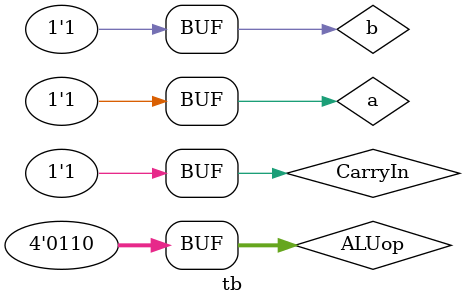
<source format=v>
module tb
(
);

reg a, b, CarryIn;
reg[3:0] ALUop;
wire Result;
wire CarryOut;

ALU_1_bit alu
(	
	.a(a),
	.b(b),
	.CarryIn(CarryIn),
	.ALUop(ALUop),
	.Result(Result),
	.CarryOut(CarryOut)
);
	
	initial 
	begin
	a = 1'b1;
	b = 1'b1;
	CarryIn = 1'b0;
	
	ALUop = 4'b0000; //And
	#100 ALUop = 4'b0001; //OR
	#100 ALUop = 4'b0010; //Add
	#100 ALUop = 4'b1100; //NOR
	
	#100 ALUop = 4'b0110; //Subtract
	CarryIn = 1'b1;
	
	end
	
	
	initial
	$monitor ("Time = ", $time, "  Operation = ", ALUop, " --------> Result = %d", Result, "  Carry Out = %d", CarryOut);
endmodule

</source>
